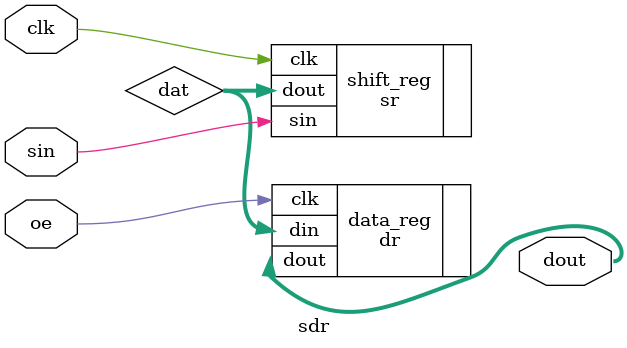
<source format=v>
`timescale 1ns / 1ps


module sdr(
    input wire clk,
    input wire sin,
    input wire oe,
    output wire [31:0] dout
    );
    
wire [31:0] dat;

sr shift_reg
    (
        .clk(clk),
        .sin(sin),
        .dout(dat)
    );
    
dr data_reg
    (
        .clk(oe),
        .din(dat),
        .dout(dout)
    );
    
endmodule

</source>
